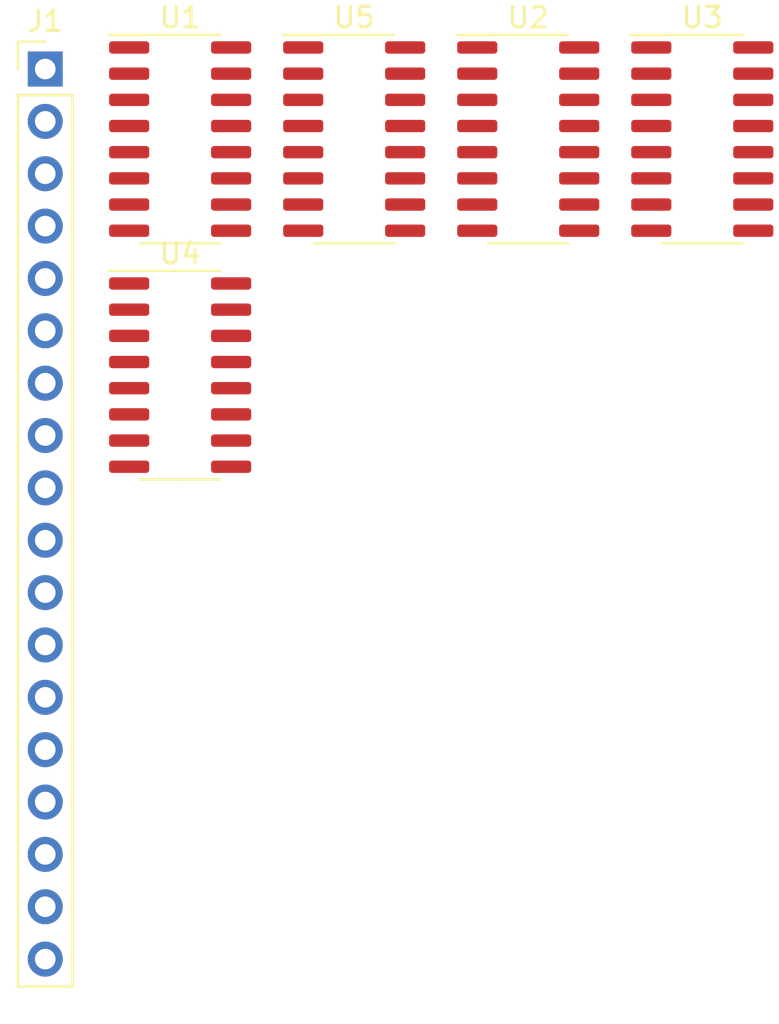
<source format=kicad_pcb>
(kicad_pcb (version 20211014) (generator pcbnew)
  (layers (0 "F.Cu" signal) (31 "B.Cu" signal) (34 "B.Paste" user) (35 "F.Paste" user) (36 "B.SilkS" user "B.Silkscreen") (37 "F.SilkS" user "F.Silkscreen") (38 "B.Mask" user) (39 "F.Mask" user) (44 "Edge.Cuts" user))
  (net 0 "")
  (net 1 "GND")
  (net 2 "/A")
  (net 3 "/P6")
  (net 4 "VCC")
  (net 5 "VSS")
  (net 6 "/S2")
  (net 7 "/S1")
  (net 8 "/S0")
  (net 9 "/155")
  (net 10 "/156")
  (net 11 "/153")
  (net 12 "/152")
  (net 13 "/150")
  (net 15 "VDD")
  (net 16 "/157")
  (footprint "Package_SO:SOIC-16_3.9x9.9mm_P1.27mm" (layer "F.Cu") (at 110.572 78.584)
    (fp_text reference "U2" (at 0 -5.9) (layer "F.SilkS"))
    (fp_text value "152")
    (fp_line (start 0 5.06) (end -1.95 5.06) (layer "F.SilkS") (width 0.12))
    (fp_line (start 0 -5.06) (end 1.95 -5.06) (layer "F.SilkS") (width 0.12))
    (fp_line (start 0 5.06) (end 1.95 5.06) (layer "F.SilkS") (width 0.12))
    (fp_line (start 0 -5.06) (end -3.45 -5.06) (layer "F.SilkS") (width 0.12))
    (pad "1" smd roundrect (at -2.475 -4.445) (size 1.95 0.6) (layers "F.Cu" "F.Paste" "F.Mask") (net 1 "GND"))
    (pad "2" smd roundrect (at -2.475 -3.175) (size 1.95 0.6) (layers "F.Cu" "F.Paste" "F.Mask") (net 1 "GND"))
    (pad "3" smd roundrect (at -2.475 -1.905) (size 1.95 0.6) (layers "F.Cu" "F.Paste" "F.Mask") (net 2 "/A"))
    (pad "4" smd roundrect (at -2.475 -0.635) (size 1.95 0.6) (layers "F.Cu" "F.Paste" "F.Mask") (net 1 "GND"))
    (pad "5" smd roundrect (at -2.475 0.635) (size 1.95 0.6) (layers "F.Cu" "F.Paste" "F.Mask") (net 1 "GND"))
    (pad "6" smd roundrect (at -2.475 1.905) (size 1.95 0.6) (layers "F.Cu" "F.Paste" "F.Mask") (net 12 "/152"))
    (pad "7" smd roundrect (at -2.475 3.175) (size 1.95 0.6) (layers "F.Cu" "F.Paste" "F.Mask") (net 5 "VSS"))
    (pad "8" smd roundrect (at -2.475 4.445) (size 1.95 0.6) (layers "F.Cu" "F.Paste" "F.Mask") (net 1 "GND"))
    (pad "9" smd roundrect (at 2.475 4.445) (size 1.95 0.6) (layers "F.Cu" "F.Paste" "F.Mask") (net 6 "/S2"))
    (pad "10" smd roundrect (at 2.475 3.175) (size 1.95 0.6) (layers "F.Cu" "F.Paste" "F.Mask") (net 7 "/S1"))
    (pad "11" smd roundrect (at 2.475 1.905) (size 1.95 0.6) (layers "F.Cu" "F.Paste" "F.Mask") (net 8 "/S0"))
    (pad "12" smd roundrect (at 2.475 0.635) (size 1.95 0.6) (layers "F.Cu" "F.Paste" "F.Mask") (net 1 "GND"))
    (pad "13" smd roundrect (at 2.475 -0.635) (size 1.95 0.6) (layers "F.Cu" "F.Paste" "F.Mask") (net 1 "GND"))
    (pad "14" smd roundrect (at 2.475 -1.905) (size 1.95 0.6) (layers "F.Cu" "F.Paste" "F.Mask") (net 1 "GND"))
    (pad "15" smd roundrect (at 2.475 -3.175) (size 1.95 0.6) (layers "F.Cu" "F.Paste" "F.Mask") (net 1 "GND"))
    (pad "16" smd roundrect (at 2.475 -4.445) (size 1.95 0.6) (layers "F.Cu" "F.Paste" "F.Mask") (net 15 "VDD"))
  )
  (footprint "Package_SO:SOIC-16_3.9x9.9mm_P1.27mm" (layer "F.Cu") (at 102.122 78.584)
    (fp_text reference "U5" (at 0 -5.9) (layer "F.SilkS"))
    (fp_text value "155")
    (fp_line (start 0 5.06) (end -1.95 5.06) (layer "F.SilkS") (width 0.12))
    (fp_line (start 0 5.06) (end 1.95 5.06) (layer "F.SilkS") (width 0.12))
    (fp_line (start 0 -5.06) (end -3.45 -5.06) (layer "F.SilkS") (width 0.12))
    (fp_line (start 0 -5.06) (end 1.95 -5.06) (layer "F.SilkS") (width 0.12))
    (pad "1" smd roundrect (at -2.475 -4.445) (size 1.95 0.6) (layers "F.Cu" "F.Paste" "F.Mask") (net 1 "GND"))
    (pad "2" smd roundrect (at -2.475 -3.175) (size 1.95 0.6) (layers "F.Cu" "F.Paste" "F.Mask") (net 1 "GND"))
    (pad "3" smd roundrect (at -2.475 -1.905) (size 1.95 0.6) (layers "F.Cu" "F.Paste" "F.Mask") (net 2 "/A"))
    (pad "4" smd roundrect (at -2.475 -0.635) (size 1.95 0.6) (layers "F.Cu" "F.Paste" "F.Mask") (net 3 "/P6"))
    (pad "5" smd roundrect (at -2.475 0.635) (size 1.95 0.6) (layers "F.Cu" "F.Paste" "F.Mask") (net 1 "GND"))
    (pad "6" smd roundrect (at -2.475 1.905) (size 1.95 0.6) (layers "F.Cu" "F.Paste" "F.Mask") (net 16 "/157"))
    (pad "7" smd roundrect (at -2.475 3.175) (size 1.95 0.6) (layers "F.Cu" "F.Paste" "F.Mask") (net 5 "VSS"))
    (pad "8" smd roundrect (at -2.475 4.445) (size 1.95 0.6) (layers "F.Cu" "F.Paste" "F.Mask") (net 1 "GND"))
    (pad "9" smd roundrect (at 2.475 4.445) (size 1.95 0.6) (layers "F.Cu" "F.Paste" "F.Mask") (net 6 "/S2"))
    (pad "10" smd roundrect (at 2.475 3.175) (size 1.95 0.6) (layers "F.Cu" "F.Paste" "F.Mask") (net 7 "/S1"))
    (pad "11" smd roundrect (at 2.475 1.905) (size 1.95 0.6) (layers "F.Cu" "F.Paste" "F.Mask") (net 8 "/S0"))
    (pad "12" smd roundrect (at 2.475 0.635) (size 1.95 0.6) (layers "F.Cu" "F.Paste" "F.Mask") (net 1 "GND"))
    (pad "13" smd roundrect (at 2.475 -0.635) (size 1.95 0.6) (layers "F.Cu" "F.Paste" "F.Mask") (net 1 "GND"))
    (pad "14" smd roundrect (at 2.475 -1.905) (size 1.95 0.6) (layers "F.Cu" "F.Paste" "F.Mask") (net 1 "GND"))
    (pad "15" smd roundrect (at 2.475 -3.175) (size 1.95 0.6) (layers "F.Cu" "F.Paste" "F.Mask") (net 1 "GND"))
    (pad "16" smd roundrect (at 2.475 -4.445) (size 1.95 0.6) (layers "F.Cu" "F.Paste" "F.Mask") (net 15 "VDD"))
  )
  (footprint "Connector_PinHeader_2.54mm:PinHeader_1x18_P2.54mm_Vertical" (layer "F.Cu") (at 87.122 75.184)
    (fp_text reference "J1" (at 0 -2.33) (layer "F.SilkS"))
    (fp_text value "CONN")
    (fp_line (start -1.33 0) (end -1.33 -1.33) (layer "F.SilkS") (width 0.12))
    (fp_line (start -1.33 1.27) (end 1.33 1.27) (layer "F.SilkS") (width 0.12))
    (fp_line (start -1.33 -1.33) (end 0 -1.33) (layer "F.SilkS") (width 0.12))
    (fp_line (start -1.33 44.51) (end 1.33 44.51) (layer "F.SilkS") (width 0.12))
    (fp_line (start 1.33 1.27) (end 1.33 44.51) (layer "F.SilkS") (width 0.12))
    (fp_line (start -1.33 1.27) (end -1.33 44.51) (layer "F.SilkS") (width 0.12))
    (pad "1" thru_hole rect (at 0 0) (size 1.7 1.7) (drill 1) (layers *.Cu *.Mask) (net 1 "GND"))
    (pad "2" thru_hole oval (at 0 2.54) (size 1.7 1.7) (drill 1) (layers *.Cu *.Mask) (net 1 "GND"))
    (pad "3" thru_hole oval (at 0 5.08) (size 1.7 1.7) (drill 1) (layers *.Cu *.Mask) (net 1 "GND"))
    (pad "4" thru_hole oval (at 0 7.62) (size 1.7 1.7) (drill 1) (layers *.Cu *.Mask) (net 2 "/A"))
    (pad "5" thru_hole oval (at 0 10.16) (size 1.7 1.7) (drill 1) (layers *.Cu *.Mask) (net 2 "/A"))
    (pad "6" thru_hole oval (at 0 12.7) (size 1.7 1.7) (drill 1) (layers *.Cu *.Mask) (net 3 "/P6"))
    (pad "7" thru_hole oval (at 0 15.24) (size 1.7 1.7) (drill 1) (layers *.Cu *.Mask) (net 4 "VCC"))
    (pad "8" thru_hole oval (at 0 17.78) (size 1.7 1.7) (drill 1) (layers *.Cu *.Mask) (net 4 "VCC"))
    (pad "9" thru_hole oval (at 0 20.32) (size 1.7 1.7) (drill 1) (layers *.Cu *.Mask) (net 5 "VSS"))
    (pad "10" thru_hole oval (at 0 22.86) (size 1.7 1.7) (drill 1) (layers *.Cu *.Mask) (net 6 "/S2"))
    (pad "11" thru_hole oval (at 0 25.4) (size 1.7 1.7) (drill 1) (layers *.Cu *.Mask) (net 7 "/S1"))
    (pad "12" thru_hole oval (at 0 27.94) (size 1.7 1.7) (drill 1) (layers *.Cu *.Mask) (net 8 "/S0"))
    (pad "13" thru_hole oval (at 0 30.48) (size 1.7 1.7) (drill 1) (layers *.Cu *.Mask) (net 9 "/155"))
    (pad "14" thru_hole oval (at 0 33.02) (size 1.7 1.7) (drill 1) (layers *.Cu *.Mask) (net 10 "/156"))
    (pad "15" thru_hole oval (at 0 35.56) (size 1.7 1.7) (drill 1) (layers *.Cu *.Mask) (net 11 "/153"))
    (pad "16" thru_hole oval (at 0 38.1) (size 1.7 1.7) (drill 1) (layers *.Cu *.Mask) (net 12 "/152"))
    (pad "17" thru_hole oval (at 0 40.64) (size 1.7 1.7) (drill 1) (layers *.Cu *.Mask) (net 13 "/150"))
    (pad "18" thru_hole oval (at 0 43.18) (size 1.7 1.7) (drill 1) (layers *.Cu *.Mask))
  )
  (footprint "Package_SO:SOIC-16_3.9x9.9mm_P1.27mm" (layer "F.Cu") (at 93.672 78.584)
    (fp_text reference "U1" (at 0 -5.9) (layer "F.SilkS"))
    (fp_text value "150")
    (fp_line (start 0 -5.06) (end -3.45 -5.06) (layer "F.SilkS") (width 0.12))
    (fp_line (start 0 -5.06) (end 1.95 -5.06) (layer "F.SilkS") (width 0.12))
    (fp_line (start 0 5.06) (end -1.95 5.06) (layer "F.SilkS") (width 0.12))
    (fp_line (start 0 5.06) (end 1.95 5.06) (layer "F.SilkS") (width 0.12))
    (pad "1" smd roundrect (at -2.475 -4.445) (size 1.95 0.6) (layers "F.Cu" "F.Paste" "F.Mask") (net 1 "GND"))
    (pad "2" smd roundrect (at -2.475 -3.175) (size 1.95 0.6) (layers "F.Cu" "F.Paste" "F.Mask") (net 1 "GND"))
    (pad "3" smd roundrect (at -2.475 -1.905) (size 1.95 0.6) (layers "F.Cu" "F.Paste" "F.Mask") (net 2 "/A"))
    (pad "4" smd roundrect (at -2.475 -0.635) (size 1.95 0.6) (layers "F.Cu" "F.Paste" "F.Mask") (net 1 "GND"))
    (pad "5" smd roundrect (at -2.475 0.635) (size 1.95 0.6) (layers "F.Cu" "F.Paste" "F.Mask") (net 1 "GND"))
    (pad "6" smd roundrect (at -2.475 1.905) (size 1.95 0.6) (layers "F.Cu" "F.Paste" "F.Mask") (net 13 "/150"))
    (pad "7" smd roundrect (at -2.475 3.175) (size 1.95 0.6) (layers "F.Cu" "F.Paste" "F.Mask") (net 5 "VSS"))
    (pad "8" smd roundrect (at -2.475 4.445) (size 1.95 0.6) (layers "F.Cu" "F.Paste" "F.Mask") (net 1 "GND"))
    (pad "9" smd roundrect (at 2.475 4.445) (size 1.95 0.6) (layers "F.Cu" "F.Paste" "F.Mask") (net 6 "/S2"))
    (pad "10" smd roundrect (at 2.475 3.175) (size 1.95 0.6) (layers "F.Cu" "F.Paste" "F.Mask") (net 7 "/S1"))
    (pad "11" smd roundrect (at 2.475 1.905) (size 1.95 0.6) (layers "F.Cu" "F.Paste" "F.Mask") (net 8 "/S0"))
    (pad "12" smd roundrect (at 2.475 0.635) (size 1.95 0.6) (layers "F.Cu" "F.Paste" "F.Mask") (net 1 "GND"))
    (pad "13" smd roundrect (at 2.475 -0.635) (size 1.95 0.6) (layers "F.Cu" "F.Paste" "F.Mask") (net 1 "GND"))
    (pad "14" smd roundrect (at 2.475 -1.905) (size 1.95 0.6) (layers "F.Cu" "F.Paste" "F.Mask") (net 1 "GND"))
    (pad "15" smd roundrect (at 2.475 -3.175) (size 1.95 0.6) (layers "F.Cu" "F.Paste" "F.Mask") (net 1 "GND"))
    (pad "16" smd roundrect (at 2.475 -4.445) (size 1.95 0.6) (layers "F.Cu" "F.Paste" "F.Mask") (net 15 "VDD"))
  )
  (footprint "Package_SO:SOIC-16_3.9x9.9mm_P1.27mm" (layer "F.Cu") (at 93.672 90.034)
    (fp_text reference "U4" (at 0 -5.9) (layer "F.SilkS"))
    (fp_text value "156")
    (fp_line (start 0 5.06) (end -1.95 5.06) (layer "F.SilkS") (width 0.12))
    (fp_line (start 0 5.06) (end 1.95 5.06) (layer "F.SilkS") (width 0.12))
    (fp_line (start 0 -5.06) (end -3.45 -5.06) (layer "F.SilkS") (width 0.12))
    (fp_line (start 0 -5.06) (end 1.95 -5.06) (layer "F.SilkS") (width 0.12))
    (pad "1" smd roundrect (at -2.475 -4.445) (size 1.95 0.6) (layers "F.Cu" "F.Paste" "F.Mask") (net 1 "GND"))
    (pad "2" smd roundrect (at -2.475 -3.175) (size 1.95 0.6) (layers "F.Cu" "F.Paste" "F.Mask") (net 1 "GND"))
    (pad "3" smd roundrect (at -2.475 -1.905) (size 1.95 0.6) (layers "F.Cu" "F.Paste" "F.Mask") (net 2 "/A"))
    (pad "4" smd roundrect (at -2.475 -0.635) (size 1.95 0.6) (layers "F.Cu" "F.Paste" "F.Mask") (net 1 "GND"))
    (pad "5" smd roundrect (at -2.475 0.635) (size 1.95 0.6) (layers "F.Cu" "F.Paste" "F.Mask") (net 1 "GND"))
    (pad "6" smd roundrect (at -2.475 1.905) (size 1.95 0.6) (layers "F.Cu" "F.Paste" "F.Mask") (net 10 "/156"))
    (pad "7" smd roundrect (at -2.475 3.175) (size 1.95 0.6) (layers "F.Cu" "F.Paste" "F.Mask") (net 5 "VSS"))
    (pad "8" smd roundrect (at -2.475 4.445) (size 1.95 0.6) (layers "F.Cu" "F.Paste" "F.Mask") (net 1 "GND"))
    (pad "9" smd roundrect (at 2.475 4.445) (size 1.95 0.6) (layers "F.Cu" "F.Paste" "F.Mask") (net 6 "/S2"))
    (pad "10" smd roundrect (at 2.475 3.175) (size 1.95 0.6) (layers "F.Cu" "F.Paste" "F.Mask") (net 7 "/S1"))
    (pad "11" smd roundrect (at 2.475 1.905) (size 1.95 0.6) (layers "F.Cu" "F.Paste" "F.Mask") (net 8 "/S0"))
    (pad "12" smd roundrect (at 2.475 0.635) (size 1.95 0.6) (layers "F.Cu" "F.Paste" "F.Mask") (net 1 "GND"))
    (pad "13" smd roundrect (at 2.475 -0.635) (size 1.95 0.6) (layers "F.Cu" "F.Paste" "F.Mask") (net 1 "GND"))
    (pad "14" smd roundrect (at 2.475 -1.905) (size 1.95 0.6) (layers "F.Cu" "F.Paste" "F.Mask") (net 1 "GND"))
    (pad "15" smd roundrect (at 2.475 -3.175) (size 1.95 0.6) (layers "F.Cu" "F.Paste" "F.Mask") (net 1 "GND"))
    (pad "16" smd roundrect (at 2.475 -4.445) (size 1.95 0.6) (layers "F.Cu" "F.Paste" "F.Mask") (net 15 "VDD"))
  )
  (footprint "Package_SO:SOIC-16_3.9x9.9mm_P1.27mm" (layer "F.Cu") (at 119.022 78.584)
    (fp_text reference "U3" (at 0 -5.9) (layer "F.SilkS"))
    (fp_text value "153")
    (fp_line (start 0 5.06) (end -1.95 5.06) (layer "F.SilkS") (width 0.12))
    (fp_line (start 0 -5.06) (end 1.95 -5.06) (layer "F.SilkS") (width 0.12))
    (fp_line (start 0 -5.06) (end -3.45 -5.06) (layer "F.SilkS") (width 0.12))
    (fp_line (start 0 5.06) (end 1.95 5.06) (layer "F.SilkS") (width 0.12))
    (pad "1" smd roundrect (at -2.475 -4.445) (size 1.95 0.6) (layers "F.Cu" "F.Paste" "F.Mask") (net 1 "GND"))
    (pad "2" smd roundrect (at -2.475 -3.175) (size 1.95 0.6) (layers "F.Cu" "F.Paste" "F.Mask") (net 1 "GND"))
    (pad "3" smd roundrect (at -2.475 -1.905) (size 1.95 0.6) (layers "F.Cu" "F.Paste" "F.Mask") (net 2 "/A"))
    (pad "4" smd roundrect (at -2.475 -0.635) (size 1.95 0.6) (layers "F.Cu" "F.Paste" "F.Mask") (net 1 "GND"))
    (pad "5" smd roundrect (at -2.475 0.635) (size 1.95 0.6) (layers "F.Cu" "F.Paste" "F.Mask") (net 1 "GND"))
    (pad "6" smd roundrect (at -2.475 1.905) (size 1.95 0.6) (layers "F.Cu" "F.Paste" "F.Mask") (net 11 "/153"))
    (pad "7" smd roundrect (at -2.475 3.175) (size 1.95 0.6) (layers "F.Cu" "F.Paste" "F.Mask") (net 5 "VSS"))
    (pad "8" smd roundrect (at -2.475 4.445) (size 1.95 0.6) (layers "F.Cu" "F.Paste" "F.Mask") (net 1 "GND"))
    (pad "9" smd roundrect (at 2.475 4.445) (size 1.95 0.6) (layers "F.Cu" "F.Paste" "F.Mask") (net 6 "/S2"))
    (pad "10" smd roundrect (at 2.475 3.175) (size 1.95 0.6) (layers "F.Cu" "F.Paste" "F.Mask") (net 7 "/S1"))
    (pad "11" smd roundrect (at 2.475 1.905) (size 1.95 0.6) (layers "F.Cu" "F.Paste" "F.Mask") (net 8 "/S0"))
    (pad "12" smd roundrect (at 2.475 0.635) (size 1.95 0.6) (layers "F.Cu" "F.Paste" "F.Mask") (net 1 "GND"))
    (pad "13" smd roundrect (at 2.475 -0.635) (size 1.95 0.6) (layers "F.Cu" "F.Paste" "F.Mask") (net 1 "GND"))
    (pad "14" smd roundrect (at 2.475 -1.905) (size 1.95 0.6) (layers "F.Cu" "F.Paste" "F.Mask") (net 1 "GND"))
    (pad "15" smd roundrect (at 2.475 -3.175) (size 1.95 0.6) (layers "F.Cu" "F.Paste" "F.Mask") (net 1 "GND"))
    (pad "16" smd roundrect (at 2.475 -4.445) (size 1.95 0.6) (layers "F.Cu" "F.Paste" "F.Mask") (net 15 "VDD"))
  )
)
</source>
